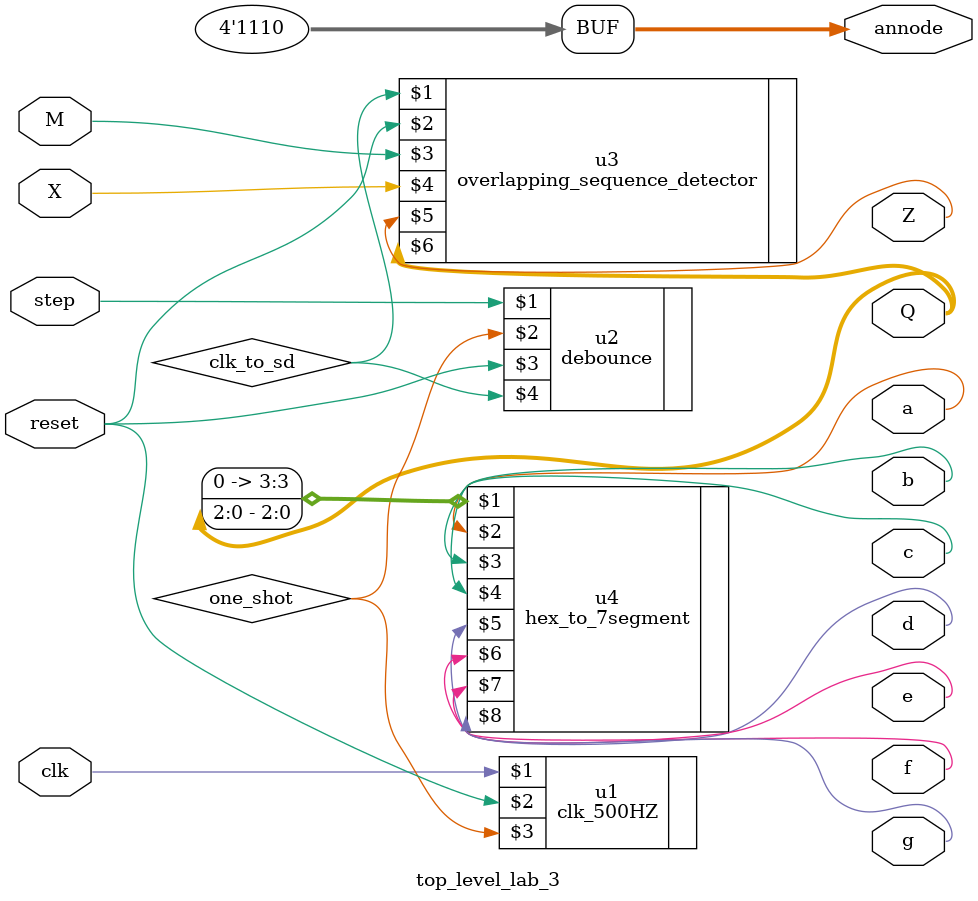
<source format=v>
`timescale 1ns / 1ps

module top_level_lab_3(clk, reset, M, X, step, Z,  Q, annode, a, b, c, d, e, f, g);

   //Declare Inputs and Outputs
   input clk, reset, M, X, step;
   output Z;
   output [2:0] Q;
   output [3:0] annode;
   output a, b, c, d, e, f, g;
   wire   one_shot, clk_to_sd; 
   
   clk_500HZ                           u1(clk, reset, one_shot);
   debounce                            u2(step, one_shot, reset, clk_to_sd);
   overlapping_sequence_detector       u3(clk_to_sd, reset, M, X, Z, Q);
   hex_to_7segment                     u4({1'b0, Q[2], Q[1], Q[0]}, a, b, c, d, e, f, g);
   
   assign annode[3] = 4'b1111;
   assign annode[2] = 4'b1111;
   assign annode[1] = 4'b1111;
   assign annode[0] = 4'b1110;

endmodule

</source>
